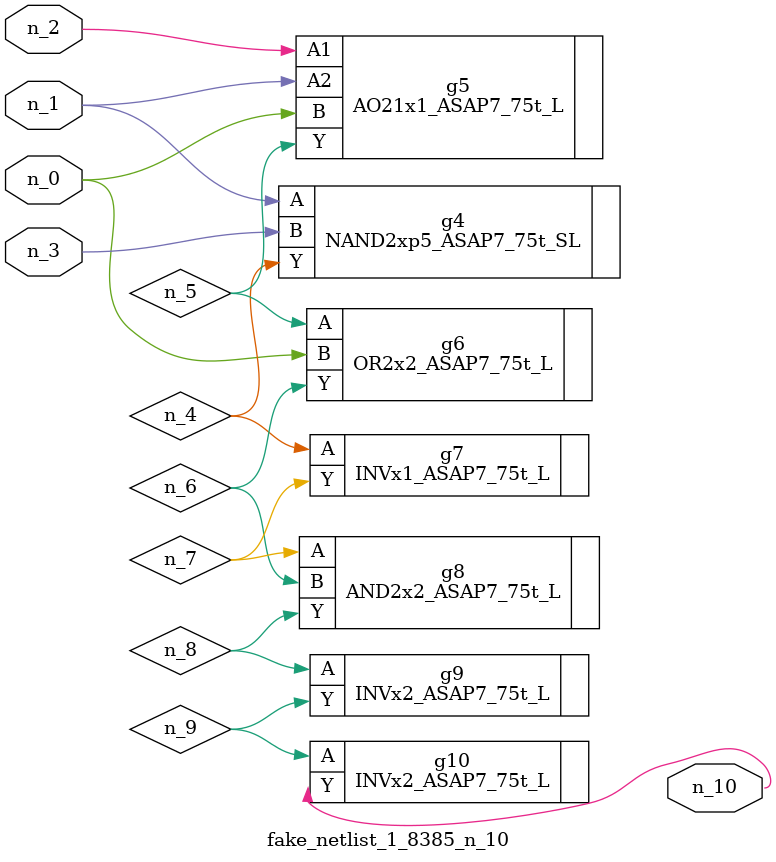
<source format=v>
module fake_netlist_1_8385_n_10 (n_3, n_1, n_2, n_0, n_10);
input n_3;
input n_1;
input n_2;
input n_0;
output n_10;
wire n_6;
wire n_4;
wire n_9;
wire n_5;
wire n_7;
wire n_8;
NAND2xp5_ASAP7_75t_SL g4 ( .A(n_1), .B(n_3), .Y(n_4) );
AO21x1_ASAP7_75t_L g5 ( .A1(n_2), .A2(n_1), .B(n_0), .Y(n_5) );
OR2x2_ASAP7_75t_L g6 ( .A(n_5), .B(n_0), .Y(n_6) );
INVx1_ASAP7_75t_L g7 ( .A(n_4), .Y(n_7) );
AND2x2_ASAP7_75t_L g8 ( .A(n_7), .B(n_6), .Y(n_8) );
INVx2_ASAP7_75t_L g9 ( .A(n_8), .Y(n_9) );
INVx2_ASAP7_75t_L g10 ( .A(n_9), .Y(n_10) );
endmodule
</source>
